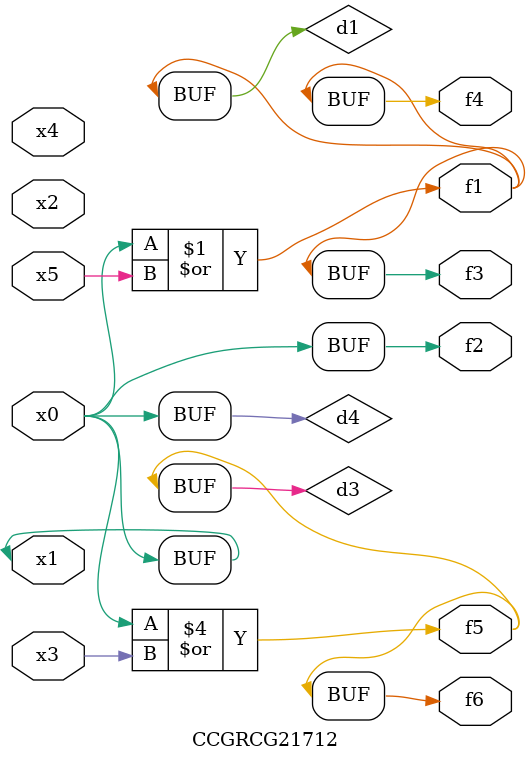
<source format=v>
module CCGRCG21712(
	input x0, x1, x2, x3, x4, x5,
	output f1, f2, f3, f4, f5, f6
);

	wire d1, d2, d3, d4;

	or (d1, x0, x5);
	xnor (d2, x1, x4);
	or (d3, x0, x3);
	buf (d4, x0, x1);
	assign f1 = d1;
	assign f2 = d4;
	assign f3 = d1;
	assign f4 = d1;
	assign f5 = d3;
	assign f6 = d3;
endmodule

</source>
